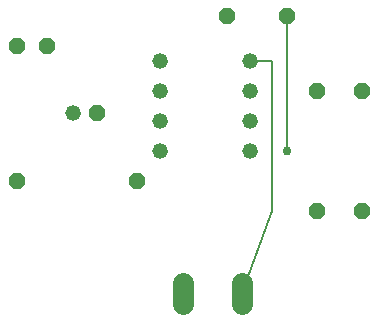
<source format=gbr>
G04 EAGLE Gerber RS-274X export*
G75*
%MOMM*%
%FSLAX34Y34*%
%LPD*%
%INBottom Copper*%
%IPPOS*%
%AMOC8*
5,1,8,0,0,1.08239X$1,22.5*%
G01*
%ADD10P,1.429621X8X22.500000*%
%ADD11C,1.320800*%
%ADD12P,1.429621X8X112.500000*%
%ADD13P,1.429621X8X292.500000*%
%ADD14P,1.429621X8X202.500000*%
%ADD15C,1.790700*%
%ADD16C,0.152400*%
%ADD17C,0.756400*%


D10*
X99060Y203200D03*
D11*
X78740Y203200D03*
D10*
X209550Y285750D03*
X260350Y285750D03*
D11*
X152400Y247650D03*
X152400Y222250D03*
X228600Y222250D03*
X228600Y247650D03*
X152400Y196850D03*
X152400Y171450D03*
X228600Y196850D03*
X228600Y171450D03*
D10*
X31750Y260350D03*
X57150Y260350D03*
D12*
X323850Y120650D03*
X323850Y222250D03*
D13*
X285750Y222250D03*
X285750Y120650D03*
D14*
X133350Y146050D03*
X31750Y146050D03*
D15*
X171850Y59754D02*
X171850Y41847D01*
X221850Y41847D02*
X221850Y59754D01*
D16*
X228600Y247650D02*
X247650Y247650D01*
X247650Y120650D01*
X221850Y50800D01*
X260350Y171450D02*
X260350Y285750D01*
D17*
X260350Y171450D03*
M02*

</source>
